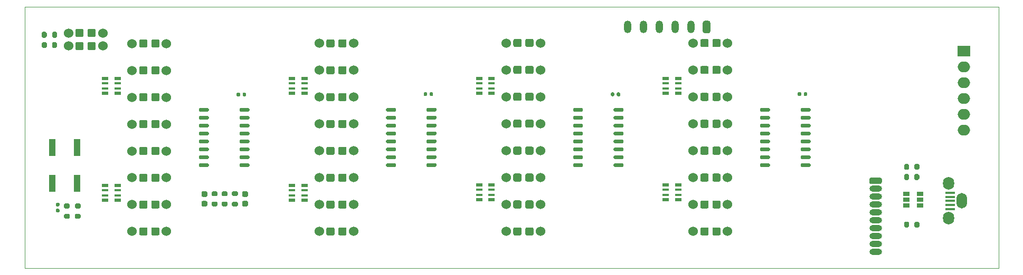
<source format=gbr>
%TF.GenerationSoftware,KiCad,Pcbnew,5.1.9-73d0e3b20d~88~ubuntu20.04.1*%
%TF.CreationDate,2021-03-03T11:26:58+04:00*%
%TF.ProjectId,interface_board,696e7465-7266-4616-9365-5f626f617264,rev?*%
%TF.SameCoordinates,Original*%
%TF.FileFunction,Soldermask,Top*%
%TF.FilePolarity,Negative*%
%FSLAX46Y46*%
G04 Gerber Fmt 4.6, Leading zero omitted, Abs format (unit mm)*
G04 Created by KiCad (PCBNEW 5.1.9-73d0e3b20d~88~ubuntu20.04.1) date 2021-03-03 11:26:58*
%MOMM*%
%LPD*%
G01*
G04 APERTURE LIST*
%TA.AperFunction,Profile*%
%ADD10C,0.050000*%
%TD*%
%TA.AperFunction,Profile*%
%ADD11C,0.100000*%
%TD*%
%ADD12C,1.524000*%
%ADD13O,2.000000X1.000000*%
%ADD14O,1.700000X2.500000*%
%ADD15O,1.800000X2.100000*%
%ADD16R,1.500000X0.450000*%
%ADD17R,2.000000X1.700000*%
%ADD18O,2.000000X1.700000*%
%ADD19O,1.200000X2.000000*%
%ADD20R,1.000000X0.500000*%
%ADD21R,1.000000X0.400000*%
%ADD22R,1.000000X2.750000*%
%ADD23R,1.060000X0.650000*%
G04 APERTURE END LIST*
D10*
X222900000Y-88100000D02*
X66700000Y-88100000D01*
D11*
X222900000Y-46100000D02*
X222900000Y-88100000D01*
X66700000Y-88100000D02*
X66700000Y-46100000D01*
X66700000Y-46100000D02*
X222900000Y-46100000D01*
D12*
%TO.C,D32*%
X173930000Y-82210000D03*
X179450000Y-82210000D03*
G36*
G01*
X177000000Y-82600000D02*
X177000000Y-81800000D01*
G75*
G02*
X177250000Y-81550000I250000J0D01*
G01*
X178075000Y-81550000D01*
G75*
G02*
X178325000Y-81800000I0J-250000D01*
G01*
X178325000Y-82600000D01*
G75*
G02*
X178075000Y-82850000I-250000J0D01*
G01*
X177250000Y-82850000D01*
G75*
G02*
X177000000Y-82600000I0J250000D01*
G01*
G37*
G36*
G01*
X175075000Y-82600000D02*
X175075000Y-81800000D01*
G75*
G02*
X175325000Y-81550000I250000J0D01*
G01*
X176150000Y-81550000D01*
G75*
G02*
X176400000Y-81800000I0J-250000D01*
G01*
X176400000Y-82600000D01*
G75*
G02*
X176150000Y-82850000I-250000J0D01*
G01*
X175325000Y-82850000D01*
G75*
G02*
X175075000Y-82600000I0J250000D01*
G01*
G37*
%TD*%
%TO.C,D31*%
X173930000Y-77884652D03*
X179450000Y-77884652D03*
G36*
G01*
X177000000Y-78274652D02*
X177000000Y-77474652D01*
G75*
G02*
X177250000Y-77224652I250000J0D01*
G01*
X178075000Y-77224652D01*
G75*
G02*
X178325000Y-77474652I0J-250000D01*
G01*
X178325000Y-78274652D01*
G75*
G02*
X178075000Y-78524652I-250000J0D01*
G01*
X177250000Y-78524652D01*
G75*
G02*
X177000000Y-78274652I0J250000D01*
G01*
G37*
G36*
G01*
X175075000Y-78274652D02*
X175075000Y-77474652D01*
G75*
G02*
X175325000Y-77224652I250000J0D01*
G01*
X176150000Y-77224652D01*
G75*
G02*
X176400000Y-77474652I0J-250000D01*
G01*
X176400000Y-78274652D01*
G75*
G02*
X176150000Y-78524652I-250000J0D01*
G01*
X175325000Y-78524652D01*
G75*
G02*
X175075000Y-78274652I0J250000D01*
G01*
G37*
%TD*%
%TO.C,D30*%
X173930000Y-73559306D03*
X179450000Y-73559306D03*
G36*
G01*
X177000000Y-73949306D02*
X177000000Y-73149306D01*
G75*
G02*
X177250000Y-72899306I250000J0D01*
G01*
X178075000Y-72899306D01*
G75*
G02*
X178325000Y-73149306I0J-250000D01*
G01*
X178325000Y-73949306D01*
G75*
G02*
X178075000Y-74199306I-250000J0D01*
G01*
X177250000Y-74199306D01*
G75*
G02*
X177000000Y-73949306I0J250000D01*
G01*
G37*
G36*
G01*
X175075000Y-73949306D02*
X175075000Y-73149306D01*
G75*
G02*
X175325000Y-72899306I250000J0D01*
G01*
X176150000Y-72899306D01*
G75*
G02*
X176400000Y-73149306I0J-250000D01*
G01*
X176400000Y-73949306D01*
G75*
G02*
X176150000Y-74199306I-250000J0D01*
G01*
X175325000Y-74199306D01*
G75*
G02*
X175075000Y-73949306I0J250000D01*
G01*
G37*
%TD*%
%TO.C,D29*%
X173930000Y-69233960D03*
X179450000Y-69233960D03*
G36*
G01*
X177000000Y-69623960D02*
X177000000Y-68823960D01*
G75*
G02*
X177250000Y-68573960I250000J0D01*
G01*
X178075000Y-68573960D01*
G75*
G02*
X178325000Y-68823960I0J-250000D01*
G01*
X178325000Y-69623960D01*
G75*
G02*
X178075000Y-69873960I-250000J0D01*
G01*
X177250000Y-69873960D01*
G75*
G02*
X177000000Y-69623960I0J250000D01*
G01*
G37*
G36*
G01*
X175075000Y-69623960D02*
X175075000Y-68823960D01*
G75*
G02*
X175325000Y-68573960I250000J0D01*
G01*
X176150000Y-68573960D01*
G75*
G02*
X176400000Y-68823960I0J-250000D01*
G01*
X176400000Y-69623960D01*
G75*
G02*
X176150000Y-69873960I-250000J0D01*
G01*
X175325000Y-69873960D01*
G75*
G02*
X175075000Y-69623960I0J250000D01*
G01*
G37*
%TD*%
%TO.C,D28*%
X173930000Y-64908614D03*
X179450000Y-64908614D03*
G36*
G01*
X177000000Y-65298614D02*
X177000000Y-64498614D01*
G75*
G02*
X177250000Y-64248614I250000J0D01*
G01*
X178075000Y-64248614D01*
G75*
G02*
X178325000Y-64498614I0J-250000D01*
G01*
X178325000Y-65298614D01*
G75*
G02*
X178075000Y-65548614I-250000J0D01*
G01*
X177250000Y-65548614D01*
G75*
G02*
X177000000Y-65298614I0J250000D01*
G01*
G37*
G36*
G01*
X175075000Y-65298614D02*
X175075000Y-64498614D01*
G75*
G02*
X175325000Y-64248614I250000J0D01*
G01*
X176150000Y-64248614D01*
G75*
G02*
X176400000Y-64498614I0J-250000D01*
G01*
X176400000Y-65298614D01*
G75*
G02*
X176150000Y-65548614I-250000J0D01*
G01*
X175325000Y-65548614D01*
G75*
G02*
X175075000Y-65298614I0J250000D01*
G01*
G37*
%TD*%
%TO.C,D27*%
X173930000Y-60583268D03*
X179450000Y-60583268D03*
G36*
G01*
X177000000Y-60973268D02*
X177000000Y-60173268D01*
G75*
G02*
X177250000Y-59923268I250000J0D01*
G01*
X178075000Y-59923268D01*
G75*
G02*
X178325000Y-60173268I0J-250000D01*
G01*
X178325000Y-60973268D01*
G75*
G02*
X178075000Y-61223268I-250000J0D01*
G01*
X177250000Y-61223268D01*
G75*
G02*
X177000000Y-60973268I0J250000D01*
G01*
G37*
G36*
G01*
X175075000Y-60973268D02*
X175075000Y-60173268D01*
G75*
G02*
X175325000Y-59923268I250000J0D01*
G01*
X176150000Y-59923268D01*
G75*
G02*
X176400000Y-60173268I0J-250000D01*
G01*
X176400000Y-60973268D01*
G75*
G02*
X176150000Y-61223268I-250000J0D01*
G01*
X175325000Y-61223268D01*
G75*
G02*
X175075000Y-60973268I0J250000D01*
G01*
G37*
%TD*%
%TO.C,D26*%
X173930000Y-56257922D03*
X179450000Y-56257922D03*
G36*
G01*
X177000000Y-56647922D02*
X177000000Y-55847922D01*
G75*
G02*
X177250000Y-55597922I250000J0D01*
G01*
X178075000Y-55597922D01*
G75*
G02*
X178325000Y-55847922I0J-250000D01*
G01*
X178325000Y-56647922D01*
G75*
G02*
X178075000Y-56897922I-250000J0D01*
G01*
X177250000Y-56897922D01*
G75*
G02*
X177000000Y-56647922I0J250000D01*
G01*
G37*
G36*
G01*
X175075000Y-56647922D02*
X175075000Y-55847922D01*
G75*
G02*
X175325000Y-55597922I250000J0D01*
G01*
X176150000Y-55597922D01*
G75*
G02*
X176400000Y-55847922I0J-250000D01*
G01*
X176400000Y-56647922D01*
G75*
G02*
X176150000Y-56897922I-250000J0D01*
G01*
X175325000Y-56897922D01*
G75*
G02*
X175075000Y-56647922I0J250000D01*
G01*
G37*
%TD*%
%TO.C,D25*%
X173930000Y-51932576D03*
X179450000Y-51932576D03*
G36*
G01*
X177000000Y-52322576D02*
X177000000Y-51522576D01*
G75*
G02*
X177250000Y-51272576I250000J0D01*
G01*
X178075000Y-51272576D01*
G75*
G02*
X178325000Y-51522576I0J-250000D01*
G01*
X178325000Y-52322576D01*
G75*
G02*
X178075000Y-52572576I-250000J0D01*
G01*
X177250000Y-52572576D01*
G75*
G02*
X177000000Y-52322576I0J250000D01*
G01*
G37*
G36*
G01*
X175075000Y-52322576D02*
X175075000Y-51522576D01*
G75*
G02*
X175325000Y-51272576I250000J0D01*
G01*
X176150000Y-51272576D01*
G75*
G02*
X176400000Y-51522576I0J-250000D01*
G01*
X176400000Y-52322576D01*
G75*
G02*
X176150000Y-52572576I-250000J0D01*
G01*
X175325000Y-52572576D01*
G75*
G02*
X175075000Y-52322576I0J250000D01*
G01*
G37*
%TD*%
%TO.C,D24*%
X143930000Y-82210000D03*
X149450000Y-82210000D03*
G36*
G01*
X147000000Y-82600000D02*
X147000000Y-81800000D01*
G75*
G02*
X147250000Y-81550000I250000J0D01*
G01*
X148075000Y-81550000D01*
G75*
G02*
X148325000Y-81800000I0J-250000D01*
G01*
X148325000Y-82600000D01*
G75*
G02*
X148075000Y-82850000I-250000J0D01*
G01*
X147250000Y-82850000D01*
G75*
G02*
X147000000Y-82600000I0J250000D01*
G01*
G37*
G36*
G01*
X145075000Y-82600000D02*
X145075000Y-81800000D01*
G75*
G02*
X145325000Y-81550000I250000J0D01*
G01*
X146150000Y-81550000D01*
G75*
G02*
X146400000Y-81800000I0J-250000D01*
G01*
X146400000Y-82600000D01*
G75*
G02*
X146150000Y-82850000I-250000J0D01*
G01*
X145325000Y-82850000D01*
G75*
G02*
X145075000Y-82600000I0J250000D01*
G01*
G37*
%TD*%
%TO.C,D23*%
X143930000Y-77881426D03*
X149450000Y-77881426D03*
G36*
G01*
X147000000Y-78271426D02*
X147000000Y-77471426D01*
G75*
G02*
X147250000Y-77221426I250000J0D01*
G01*
X148075000Y-77221426D01*
G75*
G02*
X148325000Y-77471426I0J-250000D01*
G01*
X148325000Y-78271426D01*
G75*
G02*
X148075000Y-78521426I-250000J0D01*
G01*
X147250000Y-78521426D01*
G75*
G02*
X147000000Y-78271426I0J250000D01*
G01*
G37*
G36*
G01*
X145075000Y-78271426D02*
X145075000Y-77471426D01*
G75*
G02*
X145325000Y-77221426I250000J0D01*
G01*
X146150000Y-77221426D01*
G75*
G02*
X146400000Y-77471426I0J-250000D01*
G01*
X146400000Y-78271426D01*
G75*
G02*
X146150000Y-78521426I-250000J0D01*
G01*
X145325000Y-78521426D01*
G75*
G02*
X145075000Y-78271426I0J250000D01*
G01*
G37*
%TD*%
%TO.C,D22*%
X143930000Y-73552855D03*
X149450000Y-73552855D03*
G36*
G01*
X147000000Y-73942855D02*
X147000000Y-73142855D01*
G75*
G02*
X147250000Y-72892855I250000J0D01*
G01*
X148075000Y-72892855D01*
G75*
G02*
X148325000Y-73142855I0J-250000D01*
G01*
X148325000Y-73942855D01*
G75*
G02*
X148075000Y-74192855I-250000J0D01*
G01*
X147250000Y-74192855D01*
G75*
G02*
X147000000Y-73942855I0J250000D01*
G01*
G37*
G36*
G01*
X145075000Y-73942855D02*
X145075000Y-73142855D01*
G75*
G02*
X145325000Y-72892855I250000J0D01*
G01*
X146150000Y-72892855D01*
G75*
G02*
X146400000Y-73142855I0J-250000D01*
G01*
X146400000Y-73942855D01*
G75*
G02*
X146150000Y-74192855I-250000J0D01*
G01*
X145325000Y-74192855D01*
G75*
G02*
X145075000Y-73942855I0J250000D01*
G01*
G37*
%TD*%
%TO.C,D21*%
X143930000Y-69224284D03*
X149450000Y-69224284D03*
G36*
G01*
X147000000Y-69614284D02*
X147000000Y-68814284D01*
G75*
G02*
X147250000Y-68564284I250000J0D01*
G01*
X148075000Y-68564284D01*
G75*
G02*
X148325000Y-68814284I0J-250000D01*
G01*
X148325000Y-69614284D01*
G75*
G02*
X148075000Y-69864284I-250000J0D01*
G01*
X147250000Y-69864284D01*
G75*
G02*
X147000000Y-69614284I0J250000D01*
G01*
G37*
G36*
G01*
X145075000Y-69614284D02*
X145075000Y-68814284D01*
G75*
G02*
X145325000Y-68564284I250000J0D01*
G01*
X146150000Y-68564284D01*
G75*
G02*
X146400000Y-68814284I0J-250000D01*
G01*
X146400000Y-69614284D01*
G75*
G02*
X146150000Y-69864284I-250000J0D01*
G01*
X145325000Y-69864284D01*
G75*
G02*
X145075000Y-69614284I0J250000D01*
G01*
G37*
%TD*%
%TO.C,D20*%
X143930000Y-64895713D03*
X149450000Y-64895713D03*
G36*
G01*
X147000000Y-65285713D02*
X147000000Y-64485713D01*
G75*
G02*
X147250000Y-64235713I250000J0D01*
G01*
X148075000Y-64235713D01*
G75*
G02*
X148325000Y-64485713I0J-250000D01*
G01*
X148325000Y-65285713D01*
G75*
G02*
X148075000Y-65535713I-250000J0D01*
G01*
X147250000Y-65535713D01*
G75*
G02*
X147000000Y-65285713I0J250000D01*
G01*
G37*
G36*
G01*
X145075000Y-65285713D02*
X145075000Y-64485713D01*
G75*
G02*
X145325000Y-64235713I250000J0D01*
G01*
X146150000Y-64235713D01*
G75*
G02*
X146400000Y-64485713I0J-250000D01*
G01*
X146400000Y-65285713D01*
G75*
G02*
X146150000Y-65535713I-250000J0D01*
G01*
X145325000Y-65535713D01*
G75*
G02*
X145075000Y-65285713I0J250000D01*
G01*
G37*
%TD*%
%TO.C,D19*%
X143930000Y-60567142D03*
X149450000Y-60567142D03*
G36*
G01*
X147000000Y-60957142D02*
X147000000Y-60157142D01*
G75*
G02*
X147250000Y-59907142I250000J0D01*
G01*
X148075000Y-59907142D01*
G75*
G02*
X148325000Y-60157142I0J-250000D01*
G01*
X148325000Y-60957142D01*
G75*
G02*
X148075000Y-61207142I-250000J0D01*
G01*
X147250000Y-61207142D01*
G75*
G02*
X147000000Y-60957142I0J250000D01*
G01*
G37*
G36*
G01*
X145075000Y-60957142D02*
X145075000Y-60157142D01*
G75*
G02*
X145325000Y-59907142I250000J0D01*
G01*
X146150000Y-59907142D01*
G75*
G02*
X146400000Y-60157142I0J-250000D01*
G01*
X146400000Y-60957142D01*
G75*
G02*
X146150000Y-61207142I-250000J0D01*
G01*
X145325000Y-61207142D01*
G75*
G02*
X145075000Y-60957142I0J250000D01*
G01*
G37*
%TD*%
%TO.C,D18*%
X143930000Y-56238571D03*
X149450000Y-56238571D03*
G36*
G01*
X147000000Y-56628571D02*
X147000000Y-55828571D01*
G75*
G02*
X147250000Y-55578571I250000J0D01*
G01*
X148075000Y-55578571D01*
G75*
G02*
X148325000Y-55828571I0J-250000D01*
G01*
X148325000Y-56628571D01*
G75*
G02*
X148075000Y-56878571I-250000J0D01*
G01*
X147250000Y-56878571D01*
G75*
G02*
X147000000Y-56628571I0J250000D01*
G01*
G37*
G36*
G01*
X145075000Y-56628571D02*
X145075000Y-55828571D01*
G75*
G02*
X145325000Y-55578571I250000J0D01*
G01*
X146150000Y-55578571D01*
G75*
G02*
X146400000Y-55828571I0J-250000D01*
G01*
X146400000Y-56628571D01*
G75*
G02*
X146150000Y-56878571I-250000J0D01*
G01*
X145325000Y-56878571D01*
G75*
G02*
X145075000Y-56628571I0J250000D01*
G01*
G37*
%TD*%
%TO.C,D17*%
X143930000Y-51910000D03*
X149450000Y-51910000D03*
G36*
G01*
X147000000Y-52300000D02*
X147000000Y-51500000D01*
G75*
G02*
X147250000Y-51250000I250000J0D01*
G01*
X148075000Y-51250000D01*
G75*
G02*
X148325000Y-51500000I0J-250000D01*
G01*
X148325000Y-52300000D01*
G75*
G02*
X148075000Y-52550000I-250000J0D01*
G01*
X147250000Y-52550000D01*
G75*
G02*
X147000000Y-52300000I0J250000D01*
G01*
G37*
G36*
G01*
X145075000Y-52300000D02*
X145075000Y-51500000D01*
G75*
G02*
X145325000Y-51250000I250000J0D01*
G01*
X146150000Y-51250000D01*
G75*
G02*
X146400000Y-51500000I0J-250000D01*
G01*
X146400000Y-52300000D01*
G75*
G02*
X146150000Y-52550000I-250000J0D01*
G01*
X145325000Y-52550000D01*
G75*
G02*
X145075000Y-52300000I0J250000D01*
G01*
G37*
%TD*%
%TO.C,D16*%
X113930000Y-82210000D03*
X119450000Y-82210000D03*
G36*
G01*
X117000000Y-82600000D02*
X117000000Y-81800000D01*
G75*
G02*
X117250000Y-81550000I250000J0D01*
G01*
X118075000Y-81550000D01*
G75*
G02*
X118325000Y-81800000I0J-250000D01*
G01*
X118325000Y-82600000D01*
G75*
G02*
X118075000Y-82850000I-250000J0D01*
G01*
X117250000Y-82850000D01*
G75*
G02*
X117000000Y-82600000I0J250000D01*
G01*
G37*
G36*
G01*
X115075000Y-82600000D02*
X115075000Y-81800000D01*
G75*
G02*
X115325000Y-81550000I250000J0D01*
G01*
X116150000Y-81550000D01*
G75*
G02*
X116400000Y-81800000I0J-250000D01*
G01*
X116400000Y-82600000D01*
G75*
G02*
X116150000Y-82850000I-250000J0D01*
G01*
X115325000Y-82850000D01*
G75*
G02*
X115075000Y-82600000I0J250000D01*
G01*
G37*
%TD*%
%TO.C,D15*%
X113930000Y-77892024D03*
X119450000Y-77892024D03*
G36*
G01*
X117000000Y-78282024D02*
X117000000Y-77482024D01*
G75*
G02*
X117250000Y-77232024I250000J0D01*
G01*
X118075000Y-77232024D01*
G75*
G02*
X118325000Y-77482024I0J-250000D01*
G01*
X118325000Y-78282024D01*
G75*
G02*
X118075000Y-78532024I-250000J0D01*
G01*
X117250000Y-78532024D01*
G75*
G02*
X117000000Y-78282024I0J250000D01*
G01*
G37*
G36*
G01*
X115075000Y-78282024D02*
X115075000Y-77482024D01*
G75*
G02*
X115325000Y-77232024I250000J0D01*
G01*
X116150000Y-77232024D01*
G75*
G02*
X116400000Y-77482024I0J-250000D01*
G01*
X116400000Y-78282024D01*
G75*
G02*
X116150000Y-78532024I-250000J0D01*
G01*
X115325000Y-78532024D01*
G75*
G02*
X115075000Y-78282024I0J250000D01*
G01*
G37*
%TD*%
%TO.C,D14*%
X113930000Y-73574052D03*
X119450000Y-73574052D03*
G36*
G01*
X117000000Y-73964052D02*
X117000000Y-73164052D01*
G75*
G02*
X117250000Y-72914052I250000J0D01*
G01*
X118075000Y-72914052D01*
G75*
G02*
X118325000Y-73164052I0J-250000D01*
G01*
X118325000Y-73964052D01*
G75*
G02*
X118075000Y-74214052I-250000J0D01*
G01*
X117250000Y-74214052D01*
G75*
G02*
X117000000Y-73964052I0J250000D01*
G01*
G37*
G36*
G01*
X115075000Y-73964052D02*
X115075000Y-73164052D01*
G75*
G02*
X115325000Y-72914052I250000J0D01*
G01*
X116150000Y-72914052D01*
G75*
G02*
X116400000Y-73164052I0J-250000D01*
G01*
X116400000Y-73964052D01*
G75*
G02*
X116150000Y-74214052I-250000J0D01*
G01*
X115325000Y-74214052D01*
G75*
G02*
X115075000Y-73964052I0J250000D01*
G01*
G37*
%TD*%
%TO.C,D13*%
X113930000Y-69256080D03*
X119450000Y-69256080D03*
G36*
G01*
X117000000Y-69646080D02*
X117000000Y-68846080D01*
G75*
G02*
X117250000Y-68596080I250000J0D01*
G01*
X118075000Y-68596080D01*
G75*
G02*
X118325000Y-68846080I0J-250000D01*
G01*
X118325000Y-69646080D01*
G75*
G02*
X118075000Y-69896080I-250000J0D01*
G01*
X117250000Y-69896080D01*
G75*
G02*
X117000000Y-69646080I0J250000D01*
G01*
G37*
G36*
G01*
X115075000Y-69646080D02*
X115075000Y-68846080D01*
G75*
G02*
X115325000Y-68596080I250000J0D01*
G01*
X116150000Y-68596080D01*
G75*
G02*
X116400000Y-68846080I0J-250000D01*
G01*
X116400000Y-69646080D01*
G75*
G02*
X116150000Y-69896080I-250000J0D01*
G01*
X115325000Y-69896080D01*
G75*
G02*
X115075000Y-69646080I0J250000D01*
G01*
G37*
%TD*%
%TO.C,D12*%
X113930000Y-64938108D03*
X119450000Y-64938108D03*
G36*
G01*
X117000000Y-65328108D02*
X117000000Y-64528108D01*
G75*
G02*
X117250000Y-64278108I250000J0D01*
G01*
X118075000Y-64278108D01*
G75*
G02*
X118325000Y-64528108I0J-250000D01*
G01*
X118325000Y-65328108D01*
G75*
G02*
X118075000Y-65578108I-250000J0D01*
G01*
X117250000Y-65578108D01*
G75*
G02*
X117000000Y-65328108I0J250000D01*
G01*
G37*
G36*
G01*
X115075000Y-65328108D02*
X115075000Y-64528108D01*
G75*
G02*
X115325000Y-64278108I250000J0D01*
G01*
X116150000Y-64278108D01*
G75*
G02*
X116400000Y-64528108I0J-250000D01*
G01*
X116400000Y-65328108D01*
G75*
G02*
X116150000Y-65578108I-250000J0D01*
G01*
X115325000Y-65578108D01*
G75*
G02*
X115075000Y-65328108I0J250000D01*
G01*
G37*
%TD*%
%TO.C,D11*%
X113930000Y-60620136D03*
X119450000Y-60620136D03*
G36*
G01*
X117000000Y-61010136D02*
X117000000Y-60210136D01*
G75*
G02*
X117250000Y-59960136I250000J0D01*
G01*
X118075000Y-59960136D01*
G75*
G02*
X118325000Y-60210136I0J-250000D01*
G01*
X118325000Y-61010136D01*
G75*
G02*
X118075000Y-61260136I-250000J0D01*
G01*
X117250000Y-61260136D01*
G75*
G02*
X117000000Y-61010136I0J250000D01*
G01*
G37*
G36*
G01*
X115075000Y-61010136D02*
X115075000Y-60210136D01*
G75*
G02*
X115325000Y-59960136I250000J0D01*
G01*
X116150000Y-59960136D01*
G75*
G02*
X116400000Y-60210136I0J-250000D01*
G01*
X116400000Y-61010136D01*
G75*
G02*
X116150000Y-61260136I-250000J0D01*
G01*
X115325000Y-61260136D01*
G75*
G02*
X115075000Y-61010136I0J250000D01*
G01*
G37*
%TD*%
%TO.C,D10*%
X113930000Y-56302164D03*
X119450000Y-56302164D03*
G36*
G01*
X117000000Y-56692164D02*
X117000000Y-55892164D01*
G75*
G02*
X117250000Y-55642164I250000J0D01*
G01*
X118075000Y-55642164D01*
G75*
G02*
X118325000Y-55892164I0J-250000D01*
G01*
X118325000Y-56692164D01*
G75*
G02*
X118075000Y-56942164I-250000J0D01*
G01*
X117250000Y-56942164D01*
G75*
G02*
X117000000Y-56692164I0J250000D01*
G01*
G37*
G36*
G01*
X115075000Y-56692164D02*
X115075000Y-55892164D01*
G75*
G02*
X115325000Y-55642164I250000J0D01*
G01*
X116150000Y-55642164D01*
G75*
G02*
X116400000Y-55892164I0J-250000D01*
G01*
X116400000Y-56692164D01*
G75*
G02*
X116150000Y-56942164I-250000J0D01*
G01*
X115325000Y-56942164D01*
G75*
G02*
X115075000Y-56692164I0J250000D01*
G01*
G37*
%TD*%
%TO.C,D9*%
X113930000Y-51984192D03*
X119450000Y-51984192D03*
G36*
G01*
X117000000Y-52374192D02*
X117000000Y-51574192D01*
G75*
G02*
X117250000Y-51324192I250000J0D01*
G01*
X118075000Y-51324192D01*
G75*
G02*
X118325000Y-51574192I0J-250000D01*
G01*
X118325000Y-52374192D01*
G75*
G02*
X118075000Y-52624192I-250000J0D01*
G01*
X117250000Y-52624192D01*
G75*
G02*
X117000000Y-52374192I0J250000D01*
G01*
G37*
G36*
G01*
X115075000Y-52374192D02*
X115075000Y-51574192D01*
G75*
G02*
X115325000Y-51324192I250000J0D01*
G01*
X116150000Y-51324192D01*
G75*
G02*
X116400000Y-51574192I0J-250000D01*
G01*
X116400000Y-52374192D01*
G75*
G02*
X116150000Y-52624192I-250000J0D01*
G01*
X115325000Y-52624192D01*
G75*
G02*
X115075000Y-52374192I0J250000D01*
G01*
G37*
%TD*%
%TO.C,D8*%
X83930000Y-82210000D03*
X89450000Y-82210000D03*
G36*
G01*
X87000000Y-82600000D02*
X87000000Y-81800000D01*
G75*
G02*
X87250000Y-81550000I250000J0D01*
G01*
X88075000Y-81550000D01*
G75*
G02*
X88325000Y-81800000I0J-250000D01*
G01*
X88325000Y-82600000D01*
G75*
G02*
X88075000Y-82850000I-250000J0D01*
G01*
X87250000Y-82850000D01*
G75*
G02*
X87000000Y-82600000I0J250000D01*
G01*
G37*
G36*
G01*
X85075000Y-82600000D02*
X85075000Y-81800000D01*
G75*
G02*
X85325000Y-81550000I250000J0D01*
G01*
X86150000Y-81550000D01*
G75*
G02*
X86400000Y-81800000I0J-250000D01*
G01*
X86400000Y-82600000D01*
G75*
G02*
X86150000Y-82850000I-250000J0D01*
G01*
X85325000Y-82850000D01*
G75*
G02*
X85075000Y-82600000I0J250000D01*
G01*
G37*
%TD*%
%TO.C,D7*%
X83930000Y-77895710D03*
X89450000Y-77895710D03*
G36*
G01*
X87000000Y-78285710D02*
X87000000Y-77485710D01*
G75*
G02*
X87250000Y-77235710I250000J0D01*
G01*
X88075000Y-77235710D01*
G75*
G02*
X88325000Y-77485710I0J-250000D01*
G01*
X88325000Y-78285710D01*
G75*
G02*
X88075000Y-78535710I-250000J0D01*
G01*
X87250000Y-78535710D01*
G75*
G02*
X87000000Y-78285710I0J250000D01*
G01*
G37*
G36*
G01*
X85075000Y-78285710D02*
X85075000Y-77485710D01*
G75*
G02*
X85325000Y-77235710I250000J0D01*
G01*
X86150000Y-77235710D01*
G75*
G02*
X86400000Y-77485710I0J-250000D01*
G01*
X86400000Y-78285710D01*
G75*
G02*
X86150000Y-78535710I-250000J0D01*
G01*
X85325000Y-78535710D01*
G75*
G02*
X85075000Y-78285710I0J250000D01*
G01*
G37*
%TD*%
%TO.C,D6*%
X83930000Y-73581425D03*
X89450000Y-73581425D03*
G36*
G01*
X87000000Y-73971425D02*
X87000000Y-73171425D01*
G75*
G02*
X87250000Y-72921425I250000J0D01*
G01*
X88075000Y-72921425D01*
G75*
G02*
X88325000Y-73171425I0J-250000D01*
G01*
X88325000Y-73971425D01*
G75*
G02*
X88075000Y-74221425I-250000J0D01*
G01*
X87250000Y-74221425D01*
G75*
G02*
X87000000Y-73971425I0J250000D01*
G01*
G37*
G36*
G01*
X85075000Y-73971425D02*
X85075000Y-73171425D01*
G75*
G02*
X85325000Y-72921425I250000J0D01*
G01*
X86150000Y-72921425D01*
G75*
G02*
X86400000Y-73171425I0J-250000D01*
G01*
X86400000Y-73971425D01*
G75*
G02*
X86150000Y-74221425I-250000J0D01*
G01*
X85325000Y-74221425D01*
G75*
G02*
X85075000Y-73971425I0J250000D01*
G01*
G37*
%TD*%
%TO.C,D5*%
X83930000Y-69267140D03*
X89450000Y-69267140D03*
G36*
G01*
X87000000Y-69657140D02*
X87000000Y-68857140D01*
G75*
G02*
X87250000Y-68607140I250000J0D01*
G01*
X88075000Y-68607140D01*
G75*
G02*
X88325000Y-68857140I0J-250000D01*
G01*
X88325000Y-69657140D01*
G75*
G02*
X88075000Y-69907140I-250000J0D01*
G01*
X87250000Y-69907140D01*
G75*
G02*
X87000000Y-69657140I0J250000D01*
G01*
G37*
G36*
G01*
X85075000Y-69657140D02*
X85075000Y-68857140D01*
G75*
G02*
X85325000Y-68607140I250000J0D01*
G01*
X86150000Y-68607140D01*
G75*
G02*
X86400000Y-68857140I0J-250000D01*
G01*
X86400000Y-69657140D01*
G75*
G02*
X86150000Y-69907140I-250000J0D01*
G01*
X85325000Y-69907140D01*
G75*
G02*
X85075000Y-69657140I0J250000D01*
G01*
G37*
%TD*%
%TO.C,D4*%
X83930000Y-64952855D03*
X89450000Y-64952855D03*
G36*
G01*
X87000000Y-65342855D02*
X87000000Y-64542855D01*
G75*
G02*
X87250000Y-64292855I250000J0D01*
G01*
X88075000Y-64292855D01*
G75*
G02*
X88325000Y-64542855I0J-250000D01*
G01*
X88325000Y-65342855D01*
G75*
G02*
X88075000Y-65592855I-250000J0D01*
G01*
X87250000Y-65592855D01*
G75*
G02*
X87000000Y-65342855I0J250000D01*
G01*
G37*
G36*
G01*
X85075000Y-65342855D02*
X85075000Y-64542855D01*
G75*
G02*
X85325000Y-64292855I250000J0D01*
G01*
X86150000Y-64292855D01*
G75*
G02*
X86400000Y-64542855I0J-250000D01*
G01*
X86400000Y-65342855D01*
G75*
G02*
X86150000Y-65592855I-250000J0D01*
G01*
X85325000Y-65592855D01*
G75*
G02*
X85075000Y-65342855I0J250000D01*
G01*
G37*
%TD*%
%TO.C,D3*%
X83930000Y-60638570D03*
X89450000Y-60638570D03*
G36*
G01*
X87000000Y-61028570D02*
X87000000Y-60228570D01*
G75*
G02*
X87250000Y-59978570I250000J0D01*
G01*
X88075000Y-59978570D01*
G75*
G02*
X88325000Y-60228570I0J-250000D01*
G01*
X88325000Y-61028570D01*
G75*
G02*
X88075000Y-61278570I-250000J0D01*
G01*
X87250000Y-61278570D01*
G75*
G02*
X87000000Y-61028570I0J250000D01*
G01*
G37*
G36*
G01*
X85075000Y-61028570D02*
X85075000Y-60228570D01*
G75*
G02*
X85325000Y-59978570I250000J0D01*
G01*
X86150000Y-59978570D01*
G75*
G02*
X86400000Y-60228570I0J-250000D01*
G01*
X86400000Y-61028570D01*
G75*
G02*
X86150000Y-61278570I-250000J0D01*
G01*
X85325000Y-61278570D01*
G75*
G02*
X85075000Y-61028570I0J250000D01*
G01*
G37*
%TD*%
%TO.C,D2*%
X83930000Y-56324285D03*
X89450000Y-56324285D03*
G36*
G01*
X87000000Y-56714285D02*
X87000000Y-55914285D01*
G75*
G02*
X87250000Y-55664285I250000J0D01*
G01*
X88075000Y-55664285D01*
G75*
G02*
X88325000Y-55914285I0J-250000D01*
G01*
X88325000Y-56714285D01*
G75*
G02*
X88075000Y-56964285I-250000J0D01*
G01*
X87250000Y-56964285D01*
G75*
G02*
X87000000Y-56714285I0J250000D01*
G01*
G37*
G36*
G01*
X85075000Y-56714285D02*
X85075000Y-55914285D01*
G75*
G02*
X85325000Y-55664285I250000J0D01*
G01*
X86150000Y-55664285D01*
G75*
G02*
X86400000Y-55914285I0J-250000D01*
G01*
X86400000Y-56714285D01*
G75*
G02*
X86150000Y-56964285I-250000J0D01*
G01*
X85325000Y-56964285D01*
G75*
G02*
X85075000Y-56714285I0J250000D01*
G01*
G37*
%TD*%
%TO.C,D1*%
X83930000Y-52010000D03*
X89450000Y-52010000D03*
G36*
G01*
X87000000Y-52400000D02*
X87000000Y-51600000D01*
G75*
G02*
X87250000Y-51350000I250000J0D01*
G01*
X88075000Y-51350000D01*
G75*
G02*
X88325000Y-51600000I0J-250000D01*
G01*
X88325000Y-52400000D01*
G75*
G02*
X88075000Y-52650000I-250000J0D01*
G01*
X87250000Y-52650000D01*
G75*
G02*
X87000000Y-52400000I0J250000D01*
G01*
G37*
G36*
G01*
X85075000Y-52400000D02*
X85075000Y-51600000D01*
G75*
G02*
X85325000Y-51350000I250000J0D01*
G01*
X86150000Y-51350000D01*
G75*
G02*
X86400000Y-51600000I0J-250000D01*
G01*
X86400000Y-52400000D01*
G75*
G02*
X86150000Y-52650000I-250000J0D01*
G01*
X85325000Y-52650000D01*
G75*
G02*
X85075000Y-52400000I0J250000D01*
G01*
G37*
%TD*%
%TO.C,D34*%
X79230000Y-52410000D03*
X73710000Y-52410000D03*
G36*
G01*
X76160000Y-52020000D02*
X76160000Y-52820000D01*
G75*
G02*
X75910000Y-53070000I-250000J0D01*
G01*
X75085000Y-53070000D01*
G75*
G02*
X74835000Y-52820000I0J250000D01*
G01*
X74835000Y-52020000D01*
G75*
G02*
X75085000Y-51770000I250000J0D01*
G01*
X75910000Y-51770000D01*
G75*
G02*
X76160000Y-52020000I0J-250000D01*
G01*
G37*
G36*
G01*
X78085000Y-52020000D02*
X78085000Y-52820000D01*
G75*
G02*
X77835000Y-53070000I-250000J0D01*
G01*
X77010000Y-53070000D01*
G75*
G02*
X76760000Y-52820000I0J250000D01*
G01*
X76760000Y-52020000D01*
G75*
G02*
X77010000Y-51770000I250000J0D01*
G01*
X77835000Y-51770000D01*
G75*
G02*
X78085000Y-52020000I0J-250000D01*
G01*
G37*
%TD*%
%TO.C,D33*%
X79230000Y-50300000D03*
X73710000Y-50300000D03*
G36*
G01*
X76160000Y-49910000D02*
X76160000Y-50710000D01*
G75*
G02*
X75910000Y-50960000I-250000J0D01*
G01*
X75085000Y-50960000D01*
G75*
G02*
X74835000Y-50710000I0J250000D01*
G01*
X74835000Y-49910000D01*
G75*
G02*
X75085000Y-49660000I250000J0D01*
G01*
X75910000Y-49660000D01*
G75*
G02*
X76160000Y-49910000I0J-250000D01*
G01*
G37*
G36*
G01*
X78085000Y-49910000D02*
X78085000Y-50710000D01*
G75*
G02*
X77835000Y-50960000I-250000J0D01*
G01*
X77010000Y-50960000D01*
G75*
G02*
X76760000Y-50710000I0J250000D01*
G01*
X76760000Y-49910000D01*
G75*
G02*
X77010000Y-49660000I250000J0D01*
G01*
X77835000Y-49660000D01*
G75*
G02*
X78085000Y-49910000I0J-250000D01*
G01*
G37*
%TD*%
D13*
%TO.C,J3*%
X203180000Y-85492000D03*
X203180000Y-84222000D03*
X203180000Y-82952000D03*
X203180000Y-81682000D03*
X203180000Y-80412000D03*
X203180000Y-79142000D03*
X203180000Y-77872000D03*
X203180000Y-76602000D03*
X203180000Y-75332000D03*
G36*
G01*
X202430000Y-73562000D02*
X203930000Y-73562000D01*
G75*
G02*
X204180000Y-73812000I0J-250000D01*
G01*
X204180000Y-74312000D01*
G75*
G02*
X203930000Y-74562000I-250000J0D01*
G01*
X202430000Y-74562000D01*
G75*
G02*
X202180000Y-74312000I0J250000D01*
G01*
X202180000Y-73812000D01*
G75*
G02*
X202430000Y-73562000I250000J0D01*
G01*
G37*
%TD*%
%TO.C,R5*%
G36*
G01*
X71085000Y-50875000D02*
X71085000Y-50325000D01*
G75*
G02*
X71285000Y-50125000I200000J0D01*
G01*
X71685000Y-50125000D01*
G75*
G02*
X71885000Y-50325000I0J-200000D01*
G01*
X71885000Y-50875000D01*
G75*
G02*
X71685000Y-51075000I-200000J0D01*
G01*
X71285000Y-51075000D01*
G75*
G02*
X71085000Y-50875000I0J200000D01*
G01*
G37*
G36*
G01*
X69435000Y-50875000D02*
X69435000Y-50325000D01*
G75*
G02*
X69635000Y-50125000I200000J0D01*
G01*
X70035000Y-50125000D01*
G75*
G02*
X70235000Y-50325000I0J-200000D01*
G01*
X70235000Y-50875000D01*
G75*
G02*
X70035000Y-51075000I-200000J0D01*
G01*
X69635000Y-51075000D01*
G75*
G02*
X69435000Y-50875000I0J200000D01*
G01*
G37*
%TD*%
%TO.C,U4*%
G36*
G01*
X191150000Y-62792500D02*
X191150000Y-62517500D01*
G75*
G02*
X191287500Y-62380000I137500J0D01*
G01*
X192612500Y-62380000D01*
G75*
G02*
X192750000Y-62517500I0J-137500D01*
G01*
X192750000Y-62792500D01*
G75*
G02*
X192612500Y-62930000I-137500J0D01*
G01*
X191287500Y-62930000D01*
G75*
G02*
X191150000Y-62792500I0J137500D01*
G01*
G37*
G36*
G01*
X191150000Y-64062500D02*
X191150000Y-63787500D01*
G75*
G02*
X191287500Y-63650000I137500J0D01*
G01*
X192612500Y-63650000D01*
G75*
G02*
X192750000Y-63787500I0J-137500D01*
G01*
X192750000Y-64062500D01*
G75*
G02*
X192612500Y-64200000I-137500J0D01*
G01*
X191287500Y-64200000D01*
G75*
G02*
X191150000Y-64062500I0J137500D01*
G01*
G37*
G36*
G01*
X191150000Y-65332500D02*
X191150000Y-65057500D01*
G75*
G02*
X191287500Y-64920000I137500J0D01*
G01*
X192612500Y-64920000D01*
G75*
G02*
X192750000Y-65057500I0J-137500D01*
G01*
X192750000Y-65332500D01*
G75*
G02*
X192612500Y-65470000I-137500J0D01*
G01*
X191287500Y-65470000D01*
G75*
G02*
X191150000Y-65332500I0J137500D01*
G01*
G37*
G36*
G01*
X191150000Y-66602500D02*
X191150000Y-66327500D01*
G75*
G02*
X191287500Y-66190000I137500J0D01*
G01*
X192612500Y-66190000D01*
G75*
G02*
X192750000Y-66327500I0J-137500D01*
G01*
X192750000Y-66602500D01*
G75*
G02*
X192612500Y-66740000I-137500J0D01*
G01*
X191287500Y-66740000D01*
G75*
G02*
X191150000Y-66602500I0J137500D01*
G01*
G37*
G36*
G01*
X191150000Y-67872500D02*
X191150000Y-67597500D01*
G75*
G02*
X191287500Y-67460000I137500J0D01*
G01*
X192612500Y-67460000D01*
G75*
G02*
X192750000Y-67597500I0J-137500D01*
G01*
X192750000Y-67872500D01*
G75*
G02*
X192612500Y-68010000I-137500J0D01*
G01*
X191287500Y-68010000D01*
G75*
G02*
X191150000Y-67872500I0J137500D01*
G01*
G37*
G36*
G01*
X191150000Y-69142500D02*
X191150000Y-68867500D01*
G75*
G02*
X191287500Y-68730000I137500J0D01*
G01*
X192612500Y-68730000D01*
G75*
G02*
X192750000Y-68867500I0J-137500D01*
G01*
X192750000Y-69142500D01*
G75*
G02*
X192612500Y-69280000I-137500J0D01*
G01*
X191287500Y-69280000D01*
G75*
G02*
X191150000Y-69142500I0J137500D01*
G01*
G37*
G36*
G01*
X191150000Y-70412500D02*
X191150000Y-70137500D01*
G75*
G02*
X191287500Y-70000000I137500J0D01*
G01*
X192612500Y-70000000D01*
G75*
G02*
X192750000Y-70137500I0J-137500D01*
G01*
X192750000Y-70412500D01*
G75*
G02*
X192612500Y-70550000I-137500J0D01*
G01*
X191287500Y-70550000D01*
G75*
G02*
X191150000Y-70412500I0J137500D01*
G01*
G37*
G36*
G01*
X191150000Y-71682500D02*
X191150000Y-71407500D01*
G75*
G02*
X191287500Y-71270000I137500J0D01*
G01*
X192612500Y-71270000D01*
G75*
G02*
X192750000Y-71407500I0J-137500D01*
G01*
X192750000Y-71682500D01*
G75*
G02*
X192612500Y-71820000I-137500J0D01*
G01*
X191287500Y-71820000D01*
G75*
G02*
X191150000Y-71682500I0J137500D01*
G01*
G37*
G36*
G01*
X184650000Y-71682500D02*
X184650000Y-71407500D01*
G75*
G02*
X184787500Y-71270000I137500J0D01*
G01*
X186112500Y-71270000D01*
G75*
G02*
X186250000Y-71407500I0J-137500D01*
G01*
X186250000Y-71682500D01*
G75*
G02*
X186112500Y-71820000I-137500J0D01*
G01*
X184787500Y-71820000D01*
G75*
G02*
X184650000Y-71682500I0J137500D01*
G01*
G37*
G36*
G01*
X184650000Y-70412500D02*
X184650000Y-70137500D01*
G75*
G02*
X184787500Y-70000000I137500J0D01*
G01*
X186112500Y-70000000D01*
G75*
G02*
X186250000Y-70137500I0J-137500D01*
G01*
X186250000Y-70412500D01*
G75*
G02*
X186112500Y-70550000I-137500J0D01*
G01*
X184787500Y-70550000D01*
G75*
G02*
X184650000Y-70412500I0J137500D01*
G01*
G37*
G36*
G01*
X184650000Y-69142500D02*
X184650000Y-68867500D01*
G75*
G02*
X184787500Y-68730000I137500J0D01*
G01*
X186112500Y-68730000D01*
G75*
G02*
X186250000Y-68867500I0J-137500D01*
G01*
X186250000Y-69142500D01*
G75*
G02*
X186112500Y-69280000I-137500J0D01*
G01*
X184787500Y-69280000D01*
G75*
G02*
X184650000Y-69142500I0J137500D01*
G01*
G37*
G36*
G01*
X184650000Y-67872500D02*
X184650000Y-67597500D01*
G75*
G02*
X184787500Y-67460000I137500J0D01*
G01*
X186112500Y-67460000D01*
G75*
G02*
X186250000Y-67597500I0J-137500D01*
G01*
X186250000Y-67872500D01*
G75*
G02*
X186112500Y-68010000I-137500J0D01*
G01*
X184787500Y-68010000D01*
G75*
G02*
X184650000Y-67872500I0J137500D01*
G01*
G37*
G36*
G01*
X184650000Y-66602500D02*
X184650000Y-66327500D01*
G75*
G02*
X184787500Y-66190000I137500J0D01*
G01*
X186112500Y-66190000D01*
G75*
G02*
X186250000Y-66327500I0J-137500D01*
G01*
X186250000Y-66602500D01*
G75*
G02*
X186112500Y-66740000I-137500J0D01*
G01*
X184787500Y-66740000D01*
G75*
G02*
X184650000Y-66602500I0J137500D01*
G01*
G37*
G36*
G01*
X184650000Y-65332500D02*
X184650000Y-65057500D01*
G75*
G02*
X184787500Y-64920000I137500J0D01*
G01*
X186112500Y-64920000D01*
G75*
G02*
X186250000Y-65057500I0J-137500D01*
G01*
X186250000Y-65332500D01*
G75*
G02*
X186112500Y-65470000I-137500J0D01*
G01*
X184787500Y-65470000D01*
G75*
G02*
X184650000Y-65332500I0J137500D01*
G01*
G37*
G36*
G01*
X184650000Y-64062500D02*
X184650000Y-63787500D01*
G75*
G02*
X184787500Y-63650000I137500J0D01*
G01*
X186112500Y-63650000D01*
G75*
G02*
X186250000Y-63787500I0J-137500D01*
G01*
X186250000Y-64062500D01*
G75*
G02*
X186112500Y-64200000I-137500J0D01*
G01*
X184787500Y-64200000D01*
G75*
G02*
X184650000Y-64062500I0J137500D01*
G01*
G37*
G36*
G01*
X184650000Y-62792500D02*
X184650000Y-62517500D01*
G75*
G02*
X184787500Y-62380000I137500J0D01*
G01*
X186112500Y-62380000D01*
G75*
G02*
X186250000Y-62517500I0J-137500D01*
G01*
X186250000Y-62792500D01*
G75*
G02*
X186112500Y-62930000I-137500J0D01*
G01*
X184787500Y-62930000D01*
G75*
G02*
X184650000Y-62792500I0J137500D01*
G01*
G37*
%TD*%
%TO.C,U3*%
G36*
G01*
X161150000Y-62792500D02*
X161150000Y-62517500D01*
G75*
G02*
X161287500Y-62380000I137500J0D01*
G01*
X162612500Y-62380000D01*
G75*
G02*
X162750000Y-62517500I0J-137500D01*
G01*
X162750000Y-62792500D01*
G75*
G02*
X162612500Y-62930000I-137500J0D01*
G01*
X161287500Y-62930000D01*
G75*
G02*
X161150000Y-62792500I0J137500D01*
G01*
G37*
G36*
G01*
X161150000Y-64062500D02*
X161150000Y-63787500D01*
G75*
G02*
X161287500Y-63650000I137500J0D01*
G01*
X162612500Y-63650000D01*
G75*
G02*
X162750000Y-63787500I0J-137500D01*
G01*
X162750000Y-64062500D01*
G75*
G02*
X162612500Y-64200000I-137500J0D01*
G01*
X161287500Y-64200000D01*
G75*
G02*
X161150000Y-64062500I0J137500D01*
G01*
G37*
G36*
G01*
X161150000Y-65332500D02*
X161150000Y-65057500D01*
G75*
G02*
X161287500Y-64920000I137500J0D01*
G01*
X162612500Y-64920000D01*
G75*
G02*
X162750000Y-65057500I0J-137500D01*
G01*
X162750000Y-65332500D01*
G75*
G02*
X162612500Y-65470000I-137500J0D01*
G01*
X161287500Y-65470000D01*
G75*
G02*
X161150000Y-65332500I0J137500D01*
G01*
G37*
G36*
G01*
X161150000Y-66602500D02*
X161150000Y-66327500D01*
G75*
G02*
X161287500Y-66190000I137500J0D01*
G01*
X162612500Y-66190000D01*
G75*
G02*
X162750000Y-66327500I0J-137500D01*
G01*
X162750000Y-66602500D01*
G75*
G02*
X162612500Y-66740000I-137500J0D01*
G01*
X161287500Y-66740000D01*
G75*
G02*
X161150000Y-66602500I0J137500D01*
G01*
G37*
G36*
G01*
X161150000Y-67872500D02*
X161150000Y-67597500D01*
G75*
G02*
X161287500Y-67460000I137500J0D01*
G01*
X162612500Y-67460000D01*
G75*
G02*
X162750000Y-67597500I0J-137500D01*
G01*
X162750000Y-67872500D01*
G75*
G02*
X162612500Y-68010000I-137500J0D01*
G01*
X161287500Y-68010000D01*
G75*
G02*
X161150000Y-67872500I0J137500D01*
G01*
G37*
G36*
G01*
X161150000Y-69142500D02*
X161150000Y-68867500D01*
G75*
G02*
X161287500Y-68730000I137500J0D01*
G01*
X162612500Y-68730000D01*
G75*
G02*
X162750000Y-68867500I0J-137500D01*
G01*
X162750000Y-69142500D01*
G75*
G02*
X162612500Y-69280000I-137500J0D01*
G01*
X161287500Y-69280000D01*
G75*
G02*
X161150000Y-69142500I0J137500D01*
G01*
G37*
G36*
G01*
X161150000Y-70412500D02*
X161150000Y-70137500D01*
G75*
G02*
X161287500Y-70000000I137500J0D01*
G01*
X162612500Y-70000000D01*
G75*
G02*
X162750000Y-70137500I0J-137500D01*
G01*
X162750000Y-70412500D01*
G75*
G02*
X162612500Y-70550000I-137500J0D01*
G01*
X161287500Y-70550000D01*
G75*
G02*
X161150000Y-70412500I0J137500D01*
G01*
G37*
G36*
G01*
X161150000Y-71682500D02*
X161150000Y-71407500D01*
G75*
G02*
X161287500Y-71270000I137500J0D01*
G01*
X162612500Y-71270000D01*
G75*
G02*
X162750000Y-71407500I0J-137500D01*
G01*
X162750000Y-71682500D01*
G75*
G02*
X162612500Y-71820000I-137500J0D01*
G01*
X161287500Y-71820000D01*
G75*
G02*
X161150000Y-71682500I0J137500D01*
G01*
G37*
G36*
G01*
X154650000Y-71682500D02*
X154650000Y-71407500D01*
G75*
G02*
X154787500Y-71270000I137500J0D01*
G01*
X156112500Y-71270000D01*
G75*
G02*
X156250000Y-71407500I0J-137500D01*
G01*
X156250000Y-71682500D01*
G75*
G02*
X156112500Y-71820000I-137500J0D01*
G01*
X154787500Y-71820000D01*
G75*
G02*
X154650000Y-71682500I0J137500D01*
G01*
G37*
G36*
G01*
X154650000Y-70412500D02*
X154650000Y-70137500D01*
G75*
G02*
X154787500Y-70000000I137500J0D01*
G01*
X156112500Y-70000000D01*
G75*
G02*
X156250000Y-70137500I0J-137500D01*
G01*
X156250000Y-70412500D01*
G75*
G02*
X156112500Y-70550000I-137500J0D01*
G01*
X154787500Y-70550000D01*
G75*
G02*
X154650000Y-70412500I0J137500D01*
G01*
G37*
G36*
G01*
X154650000Y-69142500D02*
X154650000Y-68867500D01*
G75*
G02*
X154787500Y-68730000I137500J0D01*
G01*
X156112500Y-68730000D01*
G75*
G02*
X156250000Y-68867500I0J-137500D01*
G01*
X156250000Y-69142500D01*
G75*
G02*
X156112500Y-69280000I-137500J0D01*
G01*
X154787500Y-69280000D01*
G75*
G02*
X154650000Y-69142500I0J137500D01*
G01*
G37*
G36*
G01*
X154650000Y-67872500D02*
X154650000Y-67597500D01*
G75*
G02*
X154787500Y-67460000I137500J0D01*
G01*
X156112500Y-67460000D01*
G75*
G02*
X156250000Y-67597500I0J-137500D01*
G01*
X156250000Y-67872500D01*
G75*
G02*
X156112500Y-68010000I-137500J0D01*
G01*
X154787500Y-68010000D01*
G75*
G02*
X154650000Y-67872500I0J137500D01*
G01*
G37*
G36*
G01*
X154650000Y-66602500D02*
X154650000Y-66327500D01*
G75*
G02*
X154787500Y-66190000I137500J0D01*
G01*
X156112500Y-66190000D01*
G75*
G02*
X156250000Y-66327500I0J-137500D01*
G01*
X156250000Y-66602500D01*
G75*
G02*
X156112500Y-66740000I-137500J0D01*
G01*
X154787500Y-66740000D01*
G75*
G02*
X154650000Y-66602500I0J137500D01*
G01*
G37*
G36*
G01*
X154650000Y-65332500D02*
X154650000Y-65057500D01*
G75*
G02*
X154787500Y-64920000I137500J0D01*
G01*
X156112500Y-64920000D01*
G75*
G02*
X156250000Y-65057500I0J-137500D01*
G01*
X156250000Y-65332500D01*
G75*
G02*
X156112500Y-65470000I-137500J0D01*
G01*
X154787500Y-65470000D01*
G75*
G02*
X154650000Y-65332500I0J137500D01*
G01*
G37*
G36*
G01*
X154650000Y-64062500D02*
X154650000Y-63787500D01*
G75*
G02*
X154787500Y-63650000I137500J0D01*
G01*
X156112500Y-63650000D01*
G75*
G02*
X156250000Y-63787500I0J-137500D01*
G01*
X156250000Y-64062500D01*
G75*
G02*
X156112500Y-64200000I-137500J0D01*
G01*
X154787500Y-64200000D01*
G75*
G02*
X154650000Y-64062500I0J137500D01*
G01*
G37*
G36*
G01*
X154650000Y-62792500D02*
X154650000Y-62517500D01*
G75*
G02*
X154787500Y-62380000I137500J0D01*
G01*
X156112500Y-62380000D01*
G75*
G02*
X156250000Y-62517500I0J-137500D01*
G01*
X156250000Y-62792500D01*
G75*
G02*
X156112500Y-62930000I-137500J0D01*
G01*
X154787500Y-62930000D01*
G75*
G02*
X154650000Y-62792500I0J137500D01*
G01*
G37*
%TD*%
%TO.C,U2*%
G36*
G01*
X131150000Y-62792500D02*
X131150000Y-62517500D01*
G75*
G02*
X131287500Y-62380000I137500J0D01*
G01*
X132612500Y-62380000D01*
G75*
G02*
X132750000Y-62517500I0J-137500D01*
G01*
X132750000Y-62792500D01*
G75*
G02*
X132612500Y-62930000I-137500J0D01*
G01*
X131287500Y-62930000D01*
G75*
G02*
X131150000Y-62792500I0J137500D01*
G01*
G37*
G36*
G01*
X131150000Y-64062500D02*
X131150000Y-63787500D01*
G75*
G02*
X131287500Y-63650000I137500J0D01*
G01*
X132612500Y-63650000D01*
G75*
G02*
X132750000Y-63787500I0J-137500D01*
G01*
X132750000Y-64062500D01*
G75*
G02*
X132612500Y-64200000I-137500J0D01*
G01*
X131287500Y-64200000D01*
G75*
G02*
X131150000Y-64062500I0J137500D01*
G01*
G37*
G36*
G01*
X131150000Y-65332500D02*
X131150000Y-65057500D01*
G75*
G02*
X131287500Y-64920000I137500J0D01*
G01*
X132612500Y-64920000D01*
G75*
G02*
X132750000Y-65057500I0J-137500D01*
G01*
X132750000Y-65332500D01*
G75*
G02*
X132612500Y-65470000I-137500J0D01*
G01*
X131287500Y-65470000D01*
G75*
G02*
X131150000Y-65332500I0J137500D01*
G01*
G37*
G36*
G01*
X131150000Y-66602500D02*
X131150000Y-66327500D01*
G75*
G02*
X131287500Y-66190000I137500J0D01*
G01*
X132612500Y-66190000D01*
G75*
G02*
X132750000Y-66327500I0J-137500D01*
G01*
X132750000Y-66602500D01*
G75*
G02*
X132612500Y-66740000I-137500J0D01*
G01*
X131287500Y-66740000D01*
G75*
G02*
X131150000Y-66602500I0J137500D01*
G01*
G37*
G36*
G01*
X131150000Y-67872500D02*
X131150000Y-67597500D01*
G75*
G02*
X131287500Y-67460000I137500J0D01*
G01*
X132612500Y-67460000D01*
G75*
G02*
X132750000Y-67597500I0J-137500D01*
G01*
X132750000Y-67872500D01*
G75*
G02*
X132612500Y-68010000I-137500J0D01*
G01*
X131287500Y-68010000D01*
G75*
G02*
X131150000Y-67872500I0J137500D01*
G01*
G37*
G36*
G01*
X131150000Y-69142500D02*
X131150000Y-68867500D01*
G75*
G02*
X131287500Y-68730000I137500J0D01*
G01*
X132612500Y-68730000D01*
G75*
G02*
X132750000Y-68867500I0J-137500D01*
G01*
X132750000Y-69142500D01*
G75*
G02*
X132612500Y-69280000I-137500J0D01*
G01*
X131287500Y-69280000D01*
G75*
G02*
X131150000Y-69142500I0J137500D01*
G01*
G37*
G36*
G01*
X131150000Y-70412500D02*
X131150000Y-70137500D01*
G75*
G02*
X131287500Y-70000000I137500J0D01*
G01*
X132612500Y-70000000D01*
G75*
G02*
X132750000Y-70137500I0J-137500D01*
G01*
X132750000Y-70412500D01*
G75*
G02*
X132612500Y-70550000I-137500J0D01*
G01*
X131287500Y-70550000D01*
G75*
G02*
X131150000Y-70412500I0J137500D01*
G01*
G37*
G36*
G01*
X131150000Y-71682500D02*
X131150000Y-71407500D01*
G75*
G02*
X131287500Y-71270000I137500J0D01*
G01*
X132612500Y-71270000D01*
G75*
G02*
X132750000Y-71407500I0J-137500D01*
G01*
X132750000Y-71682500D01*
G75*
G02*
X132612500Y-71820000I-137500J0D01*
G01*
X131287500Y-71820000D01*
G75*
G02*
X131150000Y-71682500I0J137500D01*
G01*
G37*
G36*
G01*
X124650000Y-71682500D02*
X124650000Y-71407500D01*
G75*
G02*
X124787500Y-71270000I137500J0D01*
G01*
X126112500Y-71270000D01*
G75*
G02*
X126250000Y-71407500I0J-137500D01*
G01*
X126250000Y-71682500D01*
G75*
G02*
X126112500Y-71820000I-137500J0D01*
G01*
X124787500Y-71820000D01*
G75*
G02*
X124650000Y-71682500I0J137500D01*
G01*
G37*
G36*
G01*
X124650000Y-70412500D02*
X124650000Y-70137500D01*
G75*
G02*
X124787500Y-70000000I137500J0D01*
G01*
X126112500Y-70000000D01*
G75*
G02*
X126250000Y-70137500I0J-137500D01*
G01*
X126250000Y-70412500D01*
G75*
G02*
X126112500Y-70550000I-137500J0D01*
G01*
X124787500Y-70550000D01*
G75*
G02*
X124650000Y-70412500I0J137500D01*
G01*
G37*
G36*
G01*
X124650000Y-69142500D02*
X124650000Y-68867500D01*
G75*
G02*
X124787500Y-68730000I137500J0D01*
G01*
X126112500Y-68730000D01*
G75*
G02*
X126250000Y-68867500I0J-137500D01*
G01*
X126250000Y-69142500D01*
G75*
G02*
X126112500Y-69280000I-137500J0D01*
G01*
X124787500Y-69280000D01*
G75*
G02*
X124650000Y-69142500I0J137500D01*
G01*
G37*
G36*
G01*
X124650000Y-67872500D02*
X124650000Y-67597500D01*
G75*
G02*
X124787500Y-67460000I137500J0D01*
G01*
X126112500Y-67460000D01*
G75*
G02*
X126250000Y-67597500I0J-137500D01*
G01*
X126250000Y-67872500D01*
G75*
G02*
X126112500Y-68010000I-137500J0D01*
G01*
X124787500Y-68010000D01*
G75*
G02*
X124650000Y-67872500I0J137500D01*
G01*
G37*
G36*
G01*
X124650000Y-66602500D02*
X124650000Y-66327500D01*
G75*
G02*
X124787500Y-66190000I137500J0D01*
G01*
X126112500Y-66190000D01*
G75*
G02*
X126250000Y-66327500I0J-137500D01*
G01*
X126250000Y-66602500D01*
G75*
G02*
X126112500Y-66740000I-137500J0D01*
G01*
X124787500Y-66740000D01*
G75*
G02*
X124650000Y-66602500I0J137500D01*
G01*
G37*
G36*
G01*
X124650000Y-65332500D02*
X124650000Y-65057500D01*
G75*
G02*
X124787500Y-64920000I137500J0D01*
G01*
X126112500Y-64920000D01*
G75*
G02*
X126250000Y-65057500I0J-137500D01*
G01*
X126250000Y-65332500D01*
G75*
G02*
X126112500Y-65470000I-137500J0D01*
G01*
X124787500Y-65470000D01*
G75*
G02*
X124650000Y-65332500I0J137500D01*
G01*
G37*
G36*
G01*
X124650000Y-64062500D02*
X124650000Y-63787500D01*
G75*
G02*
X124787500Y-63650000I137500J0D01*
G01*
X126112500Y-63650000D01*
G75*
G02*
X126250000Y-63787500I0J-137500D01*
G01*
X126250000Y-64062500D01*
G75*
G02*
X126112500Y-64200000I-137500J0D01*
G01*
X124787500Y-64200000D01*
G75*
G02*
X124650000Y-64062500I0J137500D01*
G01*
G37*
G36*
G01*
X124650000Y-62792500D02*
X124650000Y-62517500D01*
G75*
G02*
X124787500Y-62380000I137500J0D01*
G01*
X126112500Y-62380000D01*
G75*
G02*
X126250000Y-62517500I0J-137500D01*
G01*
X126250000Y-62792500D01*
G75*
G02*
X126112500Y-62930000I-137500J0D01*
G01*
X124787500Y-62930000D01*
G75*
G02*
X124650000Y-62792500I0J137500D01*
G01*
G37*
%TD*%
%TO.C,U1*%
G36*
G01*
X101150000Y-62792500D02*
X101150000Y-62517500D01*
G75*
G02*
X101287500Y-62380000I137500J0D01*
G01*
X102612500Y-62380000D01*
G75*
G02*
X102750000Y-62517500I0J-137500D01*
G01*
X102750000Y-62792500D01*
G75*
G02*
X102612500Y-62930000I-137500J0D01*
G01*
X101287500Y-62930000D01*
G75*
G02*
X101150000Y-62792500I0J137500D01*
G01*
G37*
G36*
G01*
X101150000Y-64062500D02*
X101150000Y-63787500D01*
G75*
G02*
X101287500Y-63650000I137500J0D01*
G01*
X102612500Y-63650000D01*
G75*
G02*
X102750000Y-63787500I0J-137500D01*
G01*
X102750000Y-64062500D01*
G75*
G02*
X102612500Y-64200000I-137500J0D01*
G01*
X101287500Y-64200000D01*
G75*
G02*
X101150000Y-64062500I0J137500D01*
G01*
G37*
G36*
G01*
X101150000Y-65332500D02*
X101150000Y-65057500D01*
G75*
G02*
X101287500Y-64920000I137500J0D01*
G01*
X102612500Y-64920000D01*
G75*
G02*
X102750000Y-65057500I0J-137500D01*
G01*
X102750000Y-65332500D01*
G75*
G02*
X102612500Y-65470000I-137500J0D01*
G01*
X101287500Y-65470000D01*
G75*
G02*
X101150000Y-65332500I0J137500D01*
G01*
G37*
G36*
G01*
X101150000Y-66602500D02*
X101150000Y-66327500D01*
G75*
G02*
X101287500Y-66190000I137500J0D01*
G01*
X102612500Y-66190000D01*
G75*
G02*
X102750000Y-66327500I0J-137500D01*
G01*
X102750000Y-66602500D01*
G75*
G02*
X102612500Y-66740000I-137500J0D01*
G01*
X101287500Y-66740000D01*
G75*
G02*
X101150000Y-66602500I0J137500D01*
G01*
G37*
G36*
G01*
X101150000Y-67872500D02*
X101150000Y-67597500D01*
G75*
G02*
X101287500Y-67460000I137500J0D01*
G01*
X102612500Y-67460000D01*
G75*
G02*
X102750000Y-67597500I0J-137500D01*
G01*
X102750000Y-67872500D01*
G75*
G02*
X102612500Y-68010000I-137500J0D01*
G01*
X101287500Y-68010000D01*
G75*
G02*
X101150000Y-67872500I0J137500D01*
G01*
G37*
G36*
G01*
X101150000Y-69142500D02*
X101150000Y-68867500D01*
G75*
G02*
X101287500Y-68730000I137500J0D01*
G01*
X102612500Y-68730000D01*
G75*
G02*
X102750000Y-68867500I0J-137500D01*
G01*
X102750000Y-69142500D01*
G75*
G02*
X102612500Y-69280000I-137500J0D01*
G01*
X101287500Y-69280000D01*
G75*
G02*
X101150000Y-69142500I0J137500D01*
G01*
G37*
G36*
G01*
X101150000Y-70412500D02*
X101150000Y-70137500D01*
G75*
G02*
X101287500Y-70000000I137500J0D01*
G01*
X102612500Y-70000000D01*
G75*
G02*
X102750000Y-70137500I0J-137500D01*
G01*
X102750000Y-70412500D01*
G75*
G02*
X102612500Y-70550000I-137500J0D01*
G01*
X101287500Y-70550000D01*
G75*
G02*
X101150000Y-70412500I0J137500D01*
G01*
G37*
G36*
G01*
X101150000Y-71682500D02*
X101150000Y-71407500D01*
G75*
G02*
X101287500Y-71270000I137500J0D01*
G01*
X102612500Y-71270000D01*
G75*
G02*
X102750000Y-71407500I0J-137500D01*
G01*
X102750000Y-71682500D01*
G75*
G02*
X102612500Y-71820000I-137500J0D01*
G01*
X101287500Y-71820000D01*
G75*
G02*
X101150000Y-71682500I0J137500D01*
G01*
G37*
G36*
G01*
X94650000Y-71682500D02*
X94650000Y-71407500D01*
G75*
G02*
X94787500Y-71270000I137500J0D01*
G01*
X96112500Y-71270000D01*
G75*
G02*
X96250000Y-71407500I0J-137500D01*
G01*
X96250000Y-71682500D01*
G75*
G02*
X96112500Y-71820000I-137500J0D01*
G01*
X94787500Y-71820000D01*
G75*
G02*
X94650000Y-71682500I0J137500D01*
G01*
G37*
G36*
G01*
X94650000Y-70412500D02*
X94650000Y-70137500D01*
G75*
G02*
X94787500Y-70000000I137500J0D01*
G01*
X96112500Y-70000000D01*
G75*
G02*
X96250000Y-70137500I0J-137500D01*
G01*
X96250000Y-70412500D01*
G75*
G02*
X96112500Y-70550000I-137500J0D01*
G01*
X94787500Y-70550000D01*
G75*
G02*
X94650000Y-70412500I0J137500D01*
G01*
G37*
G36*
G01*
X94650000Y-69142500D02*
X94650000Y-68867500D01*
G75*
G02*
X94787500Y-68730000I137500J0D01*
G01*
X96112500Y-68730000D01*
G75*
G02*
X96250000Y-68867500I0J-137500D01*
G01*
X96250000Y-69142500D01*
G75*
G02*
X96112500Y-69280000I-137500J0D01*
G01*
X94787500Y-69280000D01*
G75*
G02*
X94650000Y-69142500I0J137500D01*
G01*
G37*
G36*
G01*
X94650000Y-67872500D02*
X94650000Y-67597500D01*
G75*
G02*
X94787500Y-67460000I137500J0D01*
G01*
X96112500Y-67460000D01*
G75*
G02*
X96250000Y-67597500I0J-137500D01*
G01*
X96250000Y-67872500D01*
G75*
G02*
X96112500Y-68010000I-137500J0D01*
G01*
X94787500Y-68010000D01*
G75*
G02*
X94650000Y-67872500I0J137500D01*
G01*
G37*
G36*
G01*
X94650000Y-66602500D02*
X94650000Y-66327500D01*
G75*
G02*
X94787500Y-66190000I137500J0D01*
G01*
X96112500Y-66190000D01*
G75*
G02*
X96250000Y-66327500I0J-137500D01*
G01*
X96250000Y-66602500D01*
G75*
G02*
X96112500Y-66740000I-137500J0D01*
G01*
X94787500Y-66740000D01*
G75*
G02*
X94650000Y-66602500I0J137500D01*
G01*
G37*
G36*
G01*
X94650000Y-65332500D02*
X94650000Y-65057500D01*
G75*
G02*
X94787500Y-64920000I137500J0D01*
G01*
X96112500Y-64920000D01*
G75*
G02*
X96250000Y-65057500I0J-137500D01*
G01*
X96250000Y-65332500D01*
G75*
G02*
X96112500Y-65470000I-137500J0D01*
G01*
X94787500Y-65470000D01*
G75*
G02*
X94650000Y-65332500I0J137500D01*
G01*
G37*
G36*
G01*
X94650000Y-64062500D02*
X94650000Y-63787500D01*
G75*
G02*
X94787500Y-63650000I137500J0D01*
G01*
X96112500Y-63650000D01*
G75*
G02*
X96250000Y-63787500I0J-137500D01*
G01*
X96250000Y-64062500D01*
G75*
G02*
X96112500Y-64200000I-137500J0D01*
G01*
X94787500Y-64200000D01*
G75*
G02*
X94650000Y-64062500I0J137500D01*
G01*
G37*
G36*
G01*
X94650000Y-62792500D02*
X94650000Y-62517500D01*
G75*
G02*
X94787500Y-62380000I137500J0D01*
G01*
X96112500Y-62380000D01*
G75*
G02*
X96250000Y-62517500I0J-137500D01*
G01*
X96250000Y-62792500D01*
G75*
G02*
X96112500Y-62930000I-137500J0D01*
G01*
X94787500Y-62930000D01*
G75*
G02*
X94650000Y-62792500I0J137500D01*
G01*
G37*
%TD*%
%TO.C,R10*%
G36*
G01*
X209412500Y-81375000D02*
X209412500Y-80825000D01*
G75*
G02*
X209612500Y-80625000I200000J0D01*
G01*
X210012500Y-80625000D01*
G75*
G02*
X210212500Y-80825000I0J-200000D01*
G01*
X210212500Y-81375000D01*
G75*
G02*
X210012500Y-81575000I-200000J0D01*
G01*
X209612500Y-81575000D01*
G75*
G02*
X209412500Y-81375000I0J200000D01*
G01*
G37*
G36*
G01*
X207762500Y-81375000D02*
X207762500Y-80825000D01*
G75*
G02*
X207962500Y-80625000I200000J0D01*
G01*
X208362500Y-80625000D01*
G75*
G02*
X208562500Y-80825000I0J-200000D01*
G01*
X208562500Y-81375000D01*
G75*
G02*
X208362500Y-81575000I-200000J0D01*
G01*
X207962500Y-81575000D01*
G75*
G02*
X207762500Y-81375000I0J200000D01*
G01*
G37*
%TD*%
%TO.C,R9*%
G36*
G01*
X209400000Y-73725000D02*
X209400000Y-73175000D01*
G75*
G02*
X209600000Y-72975000I200000J0D01*
G01*
X210000000Y-72975000D01*
G75*
G02*
X210200000Y-73175000I0J-200000D01*
G01*
X210200000Y-73725000D01*
G75*
G02*
X210000000Y-73925000I-200000J0D01*
G01*
X209600000Y-73925000D01*
G75*
G02*
X209400000Y-73725000I0J200000D01*
G01*
G37*
G36*
G01*
X207750000Y-73725000D02*
X207750000Y-73175000D01*
G75*
G02*
X207950000Y-72975000I200000J0D01*
G01*
X208350000Y-72975000D01*
G75*
G02*
X208550000Y-73175000I0J-200000D01*
G01*
X208550000Y-73725000D01*
G75*
G02*
X208350000Y-73925000I-200000J0D01*
G01*
X207950000Y-73925000D01*
G75*
G02*
X207750000Y-73725000I0J200000D01*
G01*
G37*
%TD*%
%TO.C,R8*%
G36*
G01*
X208550000Y-71550000D02*
X208550000Y-72100000D01*
G75*
G02*
X208350000Y-72300000I-200000J0D01*
G01*
X207950000Y-72300000D01*
G75*
G02*
X207750000Y-72100000I0J200000D01*
G01*
X207750000Y-71550000D01*
G75*
G02*
X207950000Y-71350000I200000J0D01*
G01*
X208350000Y-71350000D01*
G75*
G02*
X208550000Y-71550000I0J-200000D01*
G01*
G37*
G36*
G01*
X210200000Y-71550000D02*
X210200000Y-72100000D01*
G75*
G02*
X210000000Y-72300000I-200000J0D01*
G01*
X209600000Y-72300000D01*
G75*
G02*
X209400000Y-72100000I0J200000D01*
G01*
X209400000Y-71550000D01*
G75*
G02*
X209600000Y-71350000I200000J0D01*
G01*
X210000000Y-71350000D01*
G75*
G02*
X210200000Y-71550000I0J-200000D01*
G01*
G37*
%TD*%
%TO.C,R7*%
G36*
G01*
X73190000Y-79355000D02*
X73740000Y-79355000D01*
G75*
G02*
X73940000Y-79555000I0J-200000D01*
G01*
X73940000Y-79955000D01*
G75*
G02*
X73740000Y-80155000I-200000J0D01*
G01*
X73190000Y-80155000D01*
G75*
G02*
X72990000Y-79955000I0J200000D01*
G01*
X72990000Y-79555000D01*
G75*
G02*
X73190000Y-79355000I200000J0D01*
G01*
G37*
G36*
G01*
X73190000Y-77705000D02*
X73740000Y-77705000D01*
G75*
G02*
X73940000Y-77905000I0J-200000D01*
G01*
X73940000Y-78305000D01*
G75*
G02*
X73740000Y-78505000I-200000J0D01*
G01*
X73190000Y-78505000D01*
G75*
G02*
X72990000Y-78305000I0J200000D01*
G01*
X72990000Y-77905000D01*
G75*
G02*
X73190000Y-77705000I200000J0D01*
G01*
G37*
%TD*%
%TO.C,R6*%
G36*
G01*
X75485000Y-78505000D02*
X74935000Y-78505000D01*
G75*
G02*
X74735000Y-78305000I0J200000D01*
G01*
X74735000Y-77905000D01*
G75*
G02*
X74935000Y-77705000I200000J0D01*
G01*
X75485000Y-77705000D01*
G75*
G02*
X75685000Y-77905000I0J-200000D01*
G01*
X75685000Y-78305000D01*
G75*
G02*
X75485000Y-78505000I-200000J0D01*
G01*
G37*
G36*
G01*
X75485000Y-80155000D02*
X74935000Y-80155000D01*
G75*
G02*
X74735000Y-79955000I0J200000D01*
G01*
X74735000Y-79555000D01*
G75*
G02*
X74935000Y-79355000I200000J0D01*
G01*
X75485000Y-79355000D01*
G75*
G02*
X75685000Y-79555000I0J-200000D01*
G01*
X75685000Y-79955000D01*
G75*
G02*
X75485000Y-80155000I-200000J0D01*
G01*
G37*
%TD*%
%TO.C,R4*%
G36*
G01*
X71085000Y-52505000D02*
X71085000Y-51955000D01*
G75*
G02*
X71285000Y-51755000I200000J0D01*
G01*
X71685000Y-51755000D01*
G75*
G02*
X71885000Y-51955000I0J-200000D01*
G01*
X71885000Y-52505000D01*
G75*
G02*
X71685000Y-52705000I-200000J0D01*
G01*
X71285000Y-52705000D01*
G75*
G02*
X71085000Y-52505000I0J200000D01*
G01*
G37*
G36*
G01*
X69435000Y-52505000D02*
X69435000Y-51955000D01*
G75*
G02*
X69635000Y-51755000I200000J0D01*
G01*
X70035000Y-51755000D01*
G75*
G02*
X70235000Y-51955000I0J-200000D01*
G01*
X70235000Y-52505000D01*
G75*
G02*
X70035000Y-52705000I-200000J0D01*
G01*
X69635000Y-52705000D01*
G75*
G02*
X69435000Y-52505000I0J200000D01*
G01*
G37*
%TD*%
%TO.C,R3*%
G36*
G01*
X99060000Y-76545000D02*
X98510000Y-76545000D01*
G75*
G02*
X98310000Y-76345000I0J200000D01*
G01*
X98310000Y-75945000D01*
G75*
G02*
X98510000Y-75745000I200000J0D01*
G01*
X99060000Y-75745000D01*
G75*
G02*
X99260000Y-75945000I0J-200000D01*
G01*
X99260000Y-76345000D01*
G75*
G02*
X99060000Y-76545000I-200000J0D01*
G01*
G37*
G36*
G01*
X99060000Y-78195000D02*
X98510000Y-78195000D01*
G75*
G02*
X98310000Y-77995000I0J200000D01*
G01*
X98310000Y-77595000D01*
G75*
G02*
X98510000Y-77395000I200000J0D01*
G01*
X99060000Y-77395000D01*
G75*
G02*
X99260000Y-77595000I0J-200000D01*
G01*
X99260000Y-77995000D01*
G75*
G02*
X99060000Y-78195000I-200000J0D01*
G01*
G37*
%TD*%
%TO.C,R2*%
G36*
G01*
X97427500Y-76545000D02*
X96877500Y-76545000D01*
G75*
G02*
X96677500Y-76345000I0J200000D01*
G01*
X96677500Y-75945000D01*
G75*
G02*
X96877500Y-75745000I200000J0D01*
G01*
X97427500Y-75745000D01*
G75*
G02*
X97627500Y-75945000I0J-200000D01*
G01*
X97627500Y-76345000D01*
G75*
G02*
X97427500Y-76545000I-200000J0D01*
G01*
G37*
G36*
G01*
X97427500Y-78195000D02*
X96877500Y-78195000D01*
G75*
G02*
X96677500Y-77995000I0J200000D01*
G01*
X96677500Y-77595000D01*
G75*
G02*
X96877500Y-77395000I200000J0D01*
G01*
X97427500Y-77395000D01*
G75*
G02*
X97627500Y-77595000I0J-200000D01*
G01*
X97627500Y-77995000D01*
G75*
G02*
X97427500Y-78195000I-200000J0D01*
G01*
G37*
%TD*%
%TO.C,R1*%
G36*
G01*
X100142500Y-77395000D02*
X100692500Y-77395000D01*
G75*
G02*
X100892500Y-77595000I0J-200000D01*
G01*
X100892500Y-77995000D01*
G75*
G02*
X100692500Y-78195000I-200000J0D01*
G01*
X100142500Y-78195000D01*
G75*
G02*
X99942500Y-77995000I0J200000D01*
G01*
X99942500Y-77595000D01*
G75*
G02*
X100142500Y-77395000I200000J0D01*
G01*
G37*
G36*
G01*
X100142500Y-75745000D02*
X100692500Y-75745000D01*
G75*
G02*
X100892500Y-75945000I0J-200000D01*
G01*
X100892500Y-76345000D01*
G75*
G02*
X100692500Y-76545000I-200000J0D01*
G01*
X100142500Y-76545000D01*
G75*
G02*
X99942500Y-76345000I0J200000D01*
G01*
X99942500Y-75945000D01*
G75*
G02*
X100142500Y-75745000I200000J0D01*
G01*
G37*
%TD*%
%TO.C,C7*%
G36*
G01*
X71820000Y-78560000D02*
X72160000Y-78560000D01*
G75*
G02*
X72300000Y-78700000I0J-140000D01*
G01*
X72300000Y-78980000D01*
G75*
G02*
X72160000Y-79120000I-140000J0D01*
G01*
X71820000Y-79120000D01*
G75*
G02*
X71680000Y-78980000I0J140000D01*
G01*
X71680000Y-78700000D01*
G75*
G02*
X71820000Y-78560000I140000J0D01*
G01*
G37*
G36*
G01*
X71820000Y-77600000D02*
X72160000Y-77600000D01*
G75*
G02*
X72300000Y-77740000I0J-140000D01*
G01*
X72300000Y-78020000D01*
G75*
G02*
X72160000Y-78160000I-140000J0D01*
G01*
X71820000Y-78160000D01*
G75*
G02*
X71680000Y-78020000I0J140000D01*
G01*
X71680000Y-77740000D01*
G75*
G02*
X71820000Y-77600000I140000J0D01*
G01*
G37*
%TD*%
%TO.C,C6*%
G36*
G01*
X191250000Y-59970000D02*
X191250000Y-60310000D01*
G75*
G02*
X191110000Y-60450000I-140000J0D01*
G01*
X190830000Y-60450000D01*
G75*
G02*
X190690000Y-60310000I0J140000D01*
G01*
X190690000Y-59970000D01*
G75*
G02*
X190830000Y-59830000I140000J0D01*
G01*
X191110000Y-59830000D01*
G75*
G02*
X191250000Y-59970000I0J-140000D01*
G01*
G37*
G36*
G01*
X192210000Y-59970000D02*
X192210000Y-60310000D01*
G75*
G02*
X192070000Y-60450000I-140000J0D01*
G01*
X191790000Y-60450000D01*
G75*
G02*
X191650000Y-60310000I0J140000D01*
G01*
X191650000Y-59970000D01*
G75*
G02*
X191790000Y-59830000I140000J0D01*
G01*
X192070000Y-59830000D01*
G75*
G02*
X192210000Y-59970000I0J-140000D01*
G01*
G37*
%TD*%
%TO.C,C5*%
G36*
G01*
X161270000Y-60000000D02*
X161270000Y-60340000D01*
G75*
G02*
X161130000Y-60480000I-140000J0D01*
G01*
X160850000Y-60480000D01*
G75*
G02*
X160710000Y-60340000I0J140000D01*
G01*
X160710000Y-60000000D01*
G75*
G02*
X160850000Y-59860000I140000J0D01*
G01*
X161130000Y-59860000D01*
G75*
G02*
X161270000Y-60000000I0J-140000D01*
G01*
G37*
G36*
G01*
X162230000Y-60000000D02*
X162230000Y-60340000D01*
G75*
G02*
X162090000Y-60480000I-140000J0D01*
G01*
X161810000Y-60480000D01*
G75*
G02*
X161670000Y-60340000I0J140000D01*
G01*
X161670000Y-60000000D01*
G75*
G02*
X161810000Y-59860000I140000J0D01*
G01*
X162090000Y-59860000D01*
G75*
G02*
X162230000Y-60000000I0J-140000D01*
G01*
G37*
%TD*%
%TO.C,C4*%
G36*
G01*
X131250000Y-59970000D02*
X131250000Y-60310000D01*
G75*
G02*
X131110000Y-60450000I-140000J0D01*
G01*
X130830000Y-60450000D01*
G75*
G02*
X130690000Y-60310000I0J140000D01*
G01*
X130690000Y-59970000D01*
G75*
G02*
X130830000Y-59830000I140000J0D01*
G01*
X131110000Y-59830000D01*
G75*
G02*
X131250000Y-59970000I0J-140000D01*
G01*
G37*
G36*
G01*
X132210000Y-59970000D02*
X132210000Y-60310000D01*
G75*
G02*
X132070000Y-60450000I-140000J0D01*
G01*
X131790000Y-60450000D01*
G75*
G02*
X131650000Y-60310000I0J140000D01*
G01*
X131650000Y-59970000D01*
G75*
G02*
X131790000Y-59830000I140000J0D01*
G01*
X132070000Y-59830000D01*
G75*
G02*
X132210000Y-59970000I0J-140000D01*
G01*
G37*
%TD*%
%TO.C,C3*%
G36*
G01*
X101250000Y-60030000D02*
X101250000Y-60370000D01*
G75*
G02*
X101110000Y-60510000I-140000J0D01*
G01*
X100830000Y-60510000D01*
G75*
G02*
X100690000Y-60370000I0J140000D01*
G01*
X100690000Y-60030000D01*
G75*
G02*
X100830000Y-59890000I140000J0D01*
G01*
X101110000Y-59890000D01*
G75*
G02*
X101250000Y-60030000I0J-140000D01*
G01*
G37*
G36*
G01*
X102210000Y-60030000D02*
X102210000Y-60370000D01*
G75*
G02*
X102070000Y-60510000I-140000J0D01*
G01*
X101790000Y-60510000D01*
G75*
G02*
X101650000Y-60370000I0J140000D01*
G01*
X101650000Y-60030000D01*
G75*
G02*
X101790000Y-59890000I140000J0D01*
G01*
X102070000Y-59890000D01*
G75*
G02*
X102210000Y-60030000I0J-140000D01*
G01*
G37*
%TD*%
%TO.C,C2*%
G36*
G01*
X95770000Y-76645000D02*
X95270000Y-76645000D01*
G75*
G02*
X95045000Y-76420000I0J225000D01*
G01*
X95045000Y-75970000D01*
G75*
G02*
X95270000Y-75745000I225000J0D01*
G01*
X95770000Y-75745000D01*
G75*
G02*
X95995000Y-75970000I0J-225000D01*
G01*
X95995000Y-76420000D01*
G75*
G02*
X95770000Y-76645000I-225000J0D01*
G01*
G37*
G36*
G01*
X95770000Y-78195000D02*
X95270000Y-78195000D01*
G75*
G02*
X95045000Y-77970000I0J225000D01*
G01*
X95045000Y-77520000D01*
G75*
G02*
X95270000Y-77295000I225000J0D01*
G01*
X95770000Y-77295000D01*
G75*
G02*
X95995000Y-77520000I0J-225000D01*
G01*
X95995000Y-77970000D01*
G75*
G02*
X95770000Y-78195000I-225000J0D01*
G01*
G37*
%TD*%
%TO.C,C1*%
G36*
G01*
X101800000Y-77295000D02*
X102300000Y-77295000D01*
G75*
G02*
X102525000Y-77520000I0J-225000D01*
G01*
X102525000Y-77970000D01*
G75*
G02*
X102300000Y-78195000I-225000J0D01*
G01*
X101800000Y-78195000D01*
G75*
G02*
X101575000Y-77970000I0J225000D01*
G01*
X101575000Y-77520000D01*
G75*
G02*
X101800000Y-77295000I225000J0D01*
G01*
G37*
G36*
G01*
X101800000Y-75745000D02*
X102300000Y-75745000D01*
G75*
G02*
X102525000Y-75970000I0J-225000D01*
G01*
X102525000Y-76420000D01*
G75*
G02*
X102300000Y-76645000I-225000J0D01*
G01*
X101800000Y-76645000D01*
G75*
G02*
X101575000Y-76420000I0J225000D01*
G01*
X101575000Y-75970000D01*
G75*
G02*
X101800000Y-75745000I225000J0D01*
G01*
G37*
%TD*%
D14*
%TO.C,J4*%
X217025000Y-77300000D03*
D15*
X214875000Y-74500000D03*
X214875000Y-80100000D03*
D16*
X215125000Y-78600000D03*
X215125000Y-76000000D03*
X215125000Y-77950000D03*
X215125000Y-76650000D03*
X215125000Y-77300000D03*
%TD*%
D17*
%TO.C,J2*%
X217350000Y-53200000D03*
D18*
X217350000Y-55740000D03*
X217350000Y-58280000D03*
X217350000Y-60820000D03*
X217350000Y-63360000D03*
X217350000Y-65900000D03*
%TD*%
%TO.C,J1*%
G36*
G01*
X176670000Y-48650000D02*
X176670000Y-50050000D01*
G75*
G02*
X176370000Y-50350000I-300000J0D01*
G01*
X175770000Y-50350000D01*
G75*
G02*
X175470000Y-50050000I0J300000D01*
G01*
X175470000Y-48650000D01*
G75*
G02*
X175770000Y-48350000I300000J0D01*
G01*
X176370000Y-48350000D01*
G75*
G02*
X176670000Y-48650000I0J-300000D01*
G01*
G37*
D19*
X173530000Y-49350000D03*
X170990000Y-49350000D03*
X168450000Y-49350000D03*
X165910000Y-49350000D03*
X163370000Y-49350000D03*
%TD*%
D20*
%TO.C,RN1*%
X81600000Y-60000000D03*
D21*
X81600000Y-59200000D03*
D20*
X81600000Y-57600000D03*
D21*
X81600000Y-58400000D03*
D20*
X79600000Y-60000000D03*
D21*
X79600000Y-58400000D03*
X79600000Y-59200000D03*
D20*
X79600000Y-57600000D03*
%TD*%
%TO.C,RN2*%
X79600000Y-74800000D03*
D21*
X79600000Y-76400000D03*
X79600000Y-75600000D03*
D20*
X79600000Y-77200000D03*
D21*
X81600000Y-75600000D03*
D20*
X81600000Y-74800000D03*
D21*
X81600000Y-76400000D03*
D20*
X81600000Y-77200000D03*
%TD*%
%TO.C,RN3*%
X109600000Y-57600000D03*
D21*
X109600000Y-59200000D03*
X109600000Y-58400000D03*
D20*
X109600000Y-60000000D03*
D21*
X111600000Y-58400000D03*
D20*
X111600000Y-57600000D03*
D21*
X111600000Y-59200000D03*
D20*
X111600000Y-60000000D03*
%TD*%
%TO.C,RN4*%
X111600000Y-77200000D03*
D21*
X111600000Y-76400000D03*
D20*
X111600000Y-74800000D03*
D21*
X111600000Y-75600000D03*
D20*
X109600000Y-77200000D03*
D21*
X109600000Y-75600000D03*
X109600000Y-76400000D03*
D20*
X109600000Y-74800000D03*
%TD*%
%TO.C,RN5*%
X139600000Y-57600000D03*
D21*
X139600000Y-59200000D03*
X139600000Y-58400000D03*
D20*
X139600000Y-60000000D03*
D21*
X141600000Y-58400000D03*
D20*
X141600000Y-57600000D03*
D21*
X141600000Y-59200000D03*
D20*
X141600000Y-60000000D03*
%TD*%
%TO.C,RN6*%
X141600000Y-77100000D03*
D21*
X141600000Y-76300000D03*
D20*
X141600000Y-74700000D03*
D21*
X141600000Y-75500000D03*
D20*
X139600000Y-77100000D03*
D21*
X139600000Y-75500000D03*
X139600000Y-76300000D03*
D20*
X139600000Y-74700000D03*
%TD*%
%TO.C,RN7*%
X169500000Y-57600000D03*
D21*
X169500000Y-59200000D03*
X169500000Y-58400000D03*
D20*
X169500000Y-60000000D03*
D21*
X171500000Y-58400000D03*
D20*
X171500000Y-57600000D03*
D21*
X171500000Y-59200000D03*
D20*
X171500000Y-60000000D03*
%TD*%
%TO.C,RN8*%
X171500000Y-77100000D03*
D21*
X171500000Y-76300000D03*
D20*
X171500000Y-74700000D03*
D21*
X171500000Y-75500000D03*
D20*
X169500000Y-77100000D03*
D21*
X169500000Y-75500000D03*
X169500000Y-76300000D03*
D20*
X169500000Y-74700000D03*
%TD*%
D22*
%TO.C,SW1*%
X71100000Y-68720000D03*
X71100000Y-74480000D03*
X75100000Y-74480000D03*
X75100000Y-68720000D03*
%TD*%
D23*
%TO.C,U5*%
X210300000Y-78050000D03*
X210300000Y-77100000D03*
X210300000Y-76150000D03*
X208100000Y-76150000D03*
X208100000Y-78050000D03*
X208100000Y-77100000D03*
%TD*%
M02*

</source>
